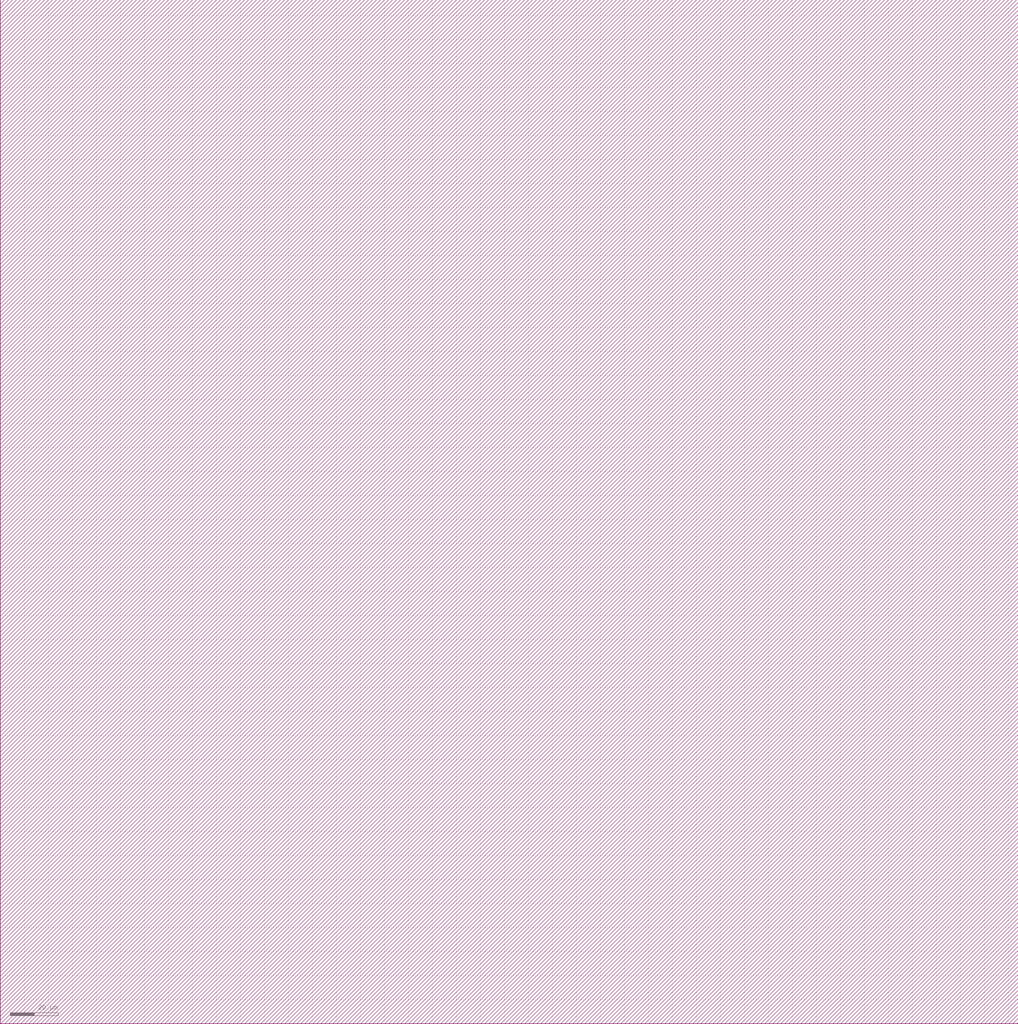
<source format=lef>
VERSION 5.6 ;

BUSBITCHARS "[]" ;

DIVIDERCHAR "/" ;

UNITS
    DATABASE MICRONS 1000 ;
END UNITS

MANUFACTURINGGRID 0.005000 ; 

CLEARANCEMEASURE EUCLIDEAN ; 

USEMINSPACING OBS ON ; 

SITE CoreSite
    CLASS CORE ;
    SIZE 0.600000 BY 0.300000 ;
END CoreSite

LAYER li
   TYPE ROUTING ;
   DIRECTION VERTICAL ;
   MINWIDTH 0.300000 ;
   AREA 0.056250 ;
   WIDTH 0.300000 ;
   SPACINGTABLE
      PARALLELRUNLENGTH 0.0
      WIDTH 0.0 0.225000 ;
   PITCH 0.600000 0.600000 ;
END li

LAYER mcon
    TYPE CUT ;
    SPACING 0.225000 ;
    WIDTH 0.300000 ;
    ENCLOSURE ABOVE 0.075000 0.075000 ;
    ENCLOSURE BELOW 0.000000 0.000000 ;
END mcon

LAYER met1
   TYPE ROUTING ;
   DIRECTION HORIZONTAL ;
   MINWIDTH 0.150000 ;
   AREA 0.084375 ;
   WIDTH 0.150000 ;
   SPACINGTABLE
      PARALLELRUNLENGTH 0.0
      WIDTH 0.0 0.150000 ;
   PITCH 0.300000 0.300000 ;
END met1

LAYER v1
    TYPE CUT ;
    SPACING 0.075000 ;
    WIDTH 0.300000 ;
    ENCLOSURE ABOVE 0.075000 0.075000 ;
    ENCLOSURE BELOW 0.075000 0.075000 ;
END v1

LAYER met2
   TYPE ROUTING ;
   DIRECTION VERTICAL ;
   MINWIDTH 0.150000 ;
   AREA 0.073125 ;
   WIDTH 0.150000 ;
   SPACINGTABLE
      PARALLELRUNLENGTH 0.0
      WIDTH 0.0 0.150000 ;
   PITCH 0.300000 0.300000 ;
END met2

LAYER v2
    TYPE CUT ;
    SPACING 0.150000 ;
    WIDTH 0.300000 ;
    ENCLOSURE ABOVE 0.075000 0.075000 ;
    ENCLOSURE BELOW 0.075000 0.000000 ;
END v2

LAYER met3
   TYPE ROUTING ;
   DIRECTION HORIZONTAL ;
   MINWIDTH 0.300000 ;
   AREA 0.241875 ;
   WIDTH 0.300000 ;
   SPACINGTABLE
      PARALLELRUNLENGTH 0.0
      WIDTH 0.0 0.300000 ;
   PITCH 0.600000 0.600000 ;
END met3

LAYER v3
    TYPE CUT ;
    SPACING 0.150000 ;
    WIDTH 0.450000 ;
    ENCLOSURE ABOVE 0.075000 0.075000 ;
    ENCLOSURE BELOW 0.075000 0.000000 ;
END v3

LAYER met4
   TYPE ROUTING ;
   DIRECTION VERTICAL ;
   MINWIDTH 0.300000 ;
   AREA 0.241875 ;
   WIDTH 0.300000 ;
   SPACINGTABLE
      PARALLELRUNLENGTH 0.0
      WIDTH 0.0 0.300000 ;
   PITCH 0.600000 0.600000 ;
END met4

LAYER v4
    TYPE CUT ;
    SPACING 0.450000 ;
    WIDTH 1.200000 ;
    ENCLOSURE ABOVE 0.150000 0.150000 ;
    ENCLOSURE BELOW 0.000000 0.000000 ;
END v4

LAYER met5
   TYPE ROUTING ;
   DIRECTION HORIZONTAL ;
   MINWIDTH 1.650000 ;
   AREA 4.005000 ;
   WIDTH 1.650000 ;
   SPACINGTABLE
      PARALLELRUNLENGTH 0.0
      WIDTH 0.0 1.650000 ;
   PITCH 3.300000 3.300000 ;
END met5

LAYER OVERLAP
   TYPE OVERLAP ;
END OVERLAP

VIA mcon_C DEFAULT
   LAYER li ;
     RECT -0.150000 -0.150000 0.150000 0.150000 ;
   LAYER mcon ;
     RECT -0.150000 -0.150000 0.150000 0.150000 ;
   LAYER met1 ;
     RECT -0.225000 -0.225000 0.225000 0.225000 ;
END mcon_C

VIA v1_C DEFAULT
   LAYER met1 ;
     RECT -0.225000 -0.225000 0.225000 0.225000 ;
   LAYER v1 ;
     RECT -0.150000 -0.150000 0.150000 0.150000 ;
   LAYER met2 ;
     RECT -0.225000 -0.225000 0.225000 0.225000 ;
END v1_C

VIA v2_C DEFAULT
   LAYER met2 ;
     RECT -0.150000 -0.225000 0.150000 0.225000 ;
   LAYER v2 ;
     RECT -0.150000 -0.150000 0.150000 0.150000 ;
   LAYER met3 ;
     RECT -0.225000 -0.225000 0.225000 0.225000 ;
END v2_C

VIA v2_Ch
   LAYER met2 ;
     RECT -0.225000 -0.150000 0.225000 0.150000 ;
   LAYER v2 ;
     RECT -0.150000 -0.150000 0.150000 0.150000 ;
   LAYER met3 ;
     RECT -0.225000 -0.225000 0.225000 0.225000 ;
END v2_Ch

VIA v2_Cv
   LAYER met2 ;
     RECT -0.150000 -0.225000 0.150000 0.225000 ;
   LAYER v2 ;
     RECT -0.150000 -0.150000 0.150000 0.150000 ;
   LAYER met3 ;
     RECT -0.225000 -0.225000 0.225000 0.225000 ;
END v2_Cv

VIA v3_C DEFAULT
   LAYER met3 ;
     RECT -0.300000 -0.225000 0.300000 0.225000 ;
   LAYER v3 ;
     RECT -0.225000 -0.225000 0.225000 0.225000 ;
   LAYER met4 ;
     RECT -0.300000 -0.300000 0.300000 0.300000 ;
END v3_C

VIA v3_Ch
   LAYER met3 ;
     RECT -0.300000 -0.225000 0.300000 0.225000 ;
   LAYER v3 ;
     RECT -0.225000 -0.225000 0.225000 0.225000 ;
   LAYER met4 ;
     RECT -0.300000 -0.300000 0.300000 0.300000 ;
END v3_Ch

VIA v3_Cv
   LAYER met3 ;
     RECT -0.300000 -0.225000 0.300000 0.225000 ;
   LAYER v3 ;
     RECT -0.225000 -0.225000 0.225000 0.225000 ;
   LAYER met4 ;
     RECT -0.300000 -0.300000 0.300000 0.300000 ;
END v3_Cv

VIA v4_C DEFAULT
   LAYER met4 ;
     RECT -0.600000 -0.600000 0.600000 0.600000 ;
   LAYER v4 ;
     RECT -0.600000 -0.600000 0.600000 0.600000 ;
   LAYER met5 ;
     RECT -0.750000 -0.750000 0.750000 0.750000 ;
END v4_C

MACRO _0_0std_0_0cells_0_0FAX1
    CLASS CORE ;
    FOREIGN _0_0std_0_0cells_0_0FAX1 0.000000 0.000000 ;
    ORIGIN 0.000000 0.000000 ;
    SIZE 10.200000 BY 8.400000 ;
    SYMMETRY X Y ;
    SITE CoreSite ;
    PIN A
        DIRECTION INPUT ;
        USE SIGNAL ;
        PORT
        LAYER li ;
        RECT 0.600000 7.800000 0.900000 8.100000 ;
        RECT 0.675000 7.275000 0.900000 7.800000 ;
        RECT 0.675000 7.050000 0.900000 7.275000 ;
        RECT 0.675000 6.975000 0.900000 7.050000 ;
        RECT 2.250000 7.275000 2.475000 7.350000 ;
        RECT 2.250000 7.050000 2.475000 7.275000 ;
        RECT 2.250000 6.975000 2.475000 7.050000 ;
        RECT 3.300000 7.275000 3.525000 7.350000 ;
        RECT 3.300000 7.050000 3.525000 7.275000 ;
        RECT 3.300000 6.975000 3.525000 7.050000 ;
        RECT 5.175000 7.275000 5.400000 7.350000 ;
        RECT 5.175000 7.050000 5.400000 7.275000 ;
        RECT 5.175000 6.975000 5.400000 7.050000 ;
        RECT 7.275000 6.975000 7.500000 7.050000 ;
        RECT 7.275000 7.275000 7.500000 7.350000 ;
        RECT 7.275000 7.050000 7.500000 7.275000 ;
        LAYER mcon ;
        RECT 0.675000 7.050000 0.900000 7.275000 ;
        RECT 2.250000 7.050000 2.475000 7.275000 ;
        RECT 3.300000 7.050000 3.525000 7.275000 ;
        RECT 5.175000 7.050000 5.400000 7.275000 ;
        RECT 7.275000 7.050000 7.500000 7.275000 ;
        LAYER met1 ;
        RECT 0.600000 7.275000 7.575000 7.350000 ;
        RECT 0.600000 7.050000 0.675000 7.275000 ;
        RECT 0.600000 6.975000 7.575000 7.050000 ;
        RECT 0.675000 7.050000 0.900000 7.275000 ;
        RECT 0.900000 7.050000 2.250000 7.275000 ;
        RECT 2.250000 7.050000 2.475000 7.275000 ;
        RECT 2.475000 7.050000 3.300000 7.275000 ;
        RECT 3.300000 7.050000 3.525000 7.275000 ;
        RECT 3.525000 7.050000 5.175000 7.275000 ;
        RECT 5.175000 7.050000 5.400000 7.275000 ;
        RECT 5.400000 7.050000 7.275000 7.275000 ;
        RECT 7.275000 7.050000 7.500000 7.275000 ;
        RECT 7.500000 7.050000 7.575000 7.275000 ;
        END
        ANTENNAGATEAREA 2.182500 ;
    END A
    PIN B
        DIRECTION INPUT ;
        USE SIGNAL ;
        PORT
        LAYER li ;
        RECT 1.650000 6.675000 1.875000 6.750000 ;
        RECT 1.650000 6.450000 1.875000 6.675000 ;
        RECT 1.650000 6.375000 1.875000 6.450000 ;
        RECT 3.750000 6.675000 3.975000 6.750000 ;
        RECT 3.750000 6.450000 3.975000 6.675000 ;
        RECT 3.750000 6.375000 3.975000 6.450000 ;
        RECT 2.700000 6.675000 2.925000 6.750000 ;
        RECT 2.700000 6.450000 2.925000 6.675000 ;
        RECT 2.700000 6.375000 2.925000 6.450000 ;
        RECT 5.625000 7.800000 6.000000 8.025000 ;
        RECT 5.625000 6.675000 5.850000 7.800000 ;
        RECT 5.625000 6.450000 5.850000 6.675000 ;
        RECT 5.625000 6.375000 5.850000 6.450000 ;
        RECT 5.700000 8.025000 6.000000 8.100000 ;
        RECT 6.675000 6.675000 6.900000 7.050000 ;
        RECT 6.675000 6.450000 6.900000 6.675000 ;
        RECT 6.675000 7.275000 6.900000 7.350000 ;
        RECT 6.675000 7.050000 6.900000 7.275000 ;
        LAYER mcon ;
        RECT 1.650000 6.450000 1.875000 6.675000 ;
        RECT 2.700000 6.450000 2.925000 6.675000 ;
        RECT 3.750000 6.450000 3.975000 6.675000 ;
        RECT 5.625000 6.450000 5.850000 6.675000 ;
        RECT 6.675000 6.450000 6.900000 6.675000 ;
        LAYER met1 ;
        RECT 1.575000 6.675000 6.975000 6.750000 ;
        RECT 1.575000 6.450000 1.650000 6.675000 ;
        RECT 1.575000 6.375000 6.975000 6.450000 ;
        RECT 1.650000 6.450000 1.875000 6.675000 ;
        RECT 1.875000 6.450000 2.700000 6.675000 ;
        RECT 2.700000 6.450000 2.925000 6.675000 ;
        RECT 2.925000 6.450000 3.750000 6.675000 ;
        RECT 3.750000 6.450000 3.975000 6.675000 ;
        RECT 3.975000 6.450000 5.625000 6.675000 ;
        RECT 5.625000 6.450000 5.850000 6.675000 ;
        RECT 5.850000 6.450000 6.675000 6.675000 ;
        RECT 6.675000 6.450000 6.900000 6.675000 ;
        RECT 6.900000 6.450000 6.975000 6.675000 ;
        END
        ANTENNAGATEAREA 2.137500 ;
    END B
    PIN C
        DIRECTION INPUT ;
        USE SIGNAL ;
        PORT
        LAYER li ;
        RECT 1.125000 6.075000 1.350000 6.150000 ;
        RECT 1.125000 5.850000 1.350000 6.075000 ;
        RECT 1.125000 5.775000 1.350000 5.850000 ;
        RECT 4.350000 7.800000 4.725000 8.025000 ;
        RECT 4.350000 6.450000 4.575000 7.800000 ;
        RECT 4.350000 6.225000 4.575000 6.450000 ;
        RECT 4.350000 6.075000 4.575000 6.225000 ;
        RECT 4.350000 5.850000 4.575000 6.075000 ;
        RECT 4.350000 5.775000 4.575000 5.850000 ;
        RECT 4.425000 8.025000 4.725000 8.100000 ;
        RECT 6.075000 6.075000 6.300000 7.050000 ;
        RECT 6.075000 5.850000 6.300000 6.075000 ;
        RECT 6.075000 5.775000 6.300000 5.850000 ;
        RECT 6.075000 7.275000 6.300000 7.350000 ;
        RECT 6.075000 7.050000 6.300000 7.275000 ;
        LAYER mcon ;
        RECT 1.125000 5.850000 1.350000 6.075000 ;
        RECT 4.350000 5.850000 4.575000 6.075000 ;
        RECT 6.075000 5.850000 6.300000 6.075000 ;
        LAYER met1 ;
        RECT 1.050000 6.075000 6.375000 6.150000 ;
        RECT 1.050000 5.850000 1.125000 6.075000 ;
        RECT 1.050000 5.775000 6.375000 5.850000 ;
        RECT 1.125000 5.850000 1.350000 6.075000 ;
        RECT 1.350000 5.850000 4.350000 6.075000 ;
        RECT 4.350000 5.850000 4.575000 6.075000 ;
        RECT 4.575000 5.850000 6.075000 6.075000 ;
        RECT 6.075000 5.850000 6.300000 6.075000 ;
        RECT 6.300000 5.850000 6.375000 6.075000 ;
        END
        ANTENNAGATEAREA 1.631250 ;
    END C
    PIN YC
        DIRECTION OUTPUT ;
        USE SIGNAL ;
        PORT
        LAYER li ;
        RECT 7.800000 3.900000 9.900000 4.125000 ;
        RECT 7.800000 3.450000 8.025000 3.900000 ;
        RECT 7.800000 3.225000 8.025000 3.450000 ;
        RECT 7.800000 2.325000 8.025000 3.225000 ;
        RECT 7.800000 2.100000 8.025000 2.325000 ;
        RECT 7.800000 2.025000 8.025000 2.100000 ;
        RECT 9.600000 4.125000 9.900000 4.200000 ;
        END
        ANTENNADIFFAREA 0.393750 ;
    END YC
    PIN YS
        DIRECTION OUTPUT ;
        USE SIGNAL ;
        PORT
        LAYER li ;
        RECT 8.625000 3.450000 8.850000 3.525000 ;
        RECT 8.625000 3.225000 8.850000 3.450000 ;
        RECT 8.625000 2.775000 8.850000 3.225000 ;
        RECT 8.625000 2.550000 9.375000 2.775000 ;
        RECT 9.075000 2.100000 9.150000 2.325000 ;
        RECT 9.150000 2.325000 9.375000 2.550000 ;
        RECT 9.150000 2.100000 9.375000 2.325000 ;
        RECT 9.375000 2.100000 9.900000 2.325000 ;
        RECT 9.600000 2.325000 9.900000 2.400000 ;
        END
        ANTENNADIFFAREA 0.393750 ;
    END YS
    PIN Vdd
        DIRECTION INPUT ;
        USE POWER ;
        PORT
        LAYER li ;
        RECT 0.600000 3.300000 0.900000 3.900000 ;
        RECT 0.600000 3.075000 0.675000 3.300000 ;
        RECT 0.600000 3.000000 0.900000 3.075000 ;
        RECT 0.675000 3.075000 0.900000 3.300000 ;
        RECT 3.525000 3.300000 3.750000 3.375000 ;
        RECT 3.525000 3.075000 3.750000 3.300000 ;
        RECT 3.525000 3.000000 3.750000 3.075000 ;
        RECT 4.650000 3.075000 4.725000 3.300000 ;
        RECT 4.725000 3.075000 4.950000 3.300000 ;
        RECT 4.950000 3.075000 5.025000 3.300000 ;
        RECT 7.275000 3.300000 7.500000 3.375000 ;
        RECT 7.275000 3.075000 7.500000 3.300000 ;
        RECT 7.275000 3.000000 7.500000 3.075000 ;
        RECT 9.150000 3.300000 9.375000 3.375000 ;
        RECT 9.150000 3.075000 9.375000 3.300000 ;
        RECT 9.150000 3.000000 9.375000 3.075000 ;
        LAYER mcon ;
        RECT 0.675000 3.075000 0.900000 3.300000 ;
        RECT 3.525000 3.075000 3.750000 3.300000 ;
        RECT 4.725000 3.075000 4.950000 3.300000 ;
        RECT 7.275000 3.075000 7.500000 3.300000 ;
        RECT 9.150000 3.075000 9.375000 3.300000 ;
        LAYER met1 ;
        RECT 0.225000 3.300000 9.450000 3.375000 ;
        RECT 0.225000 3.075000 0.675000 3.300000 ;
        RECT 0.225000 3.000000 9.450000 3.075000 ;
        RECT 0.675000 3.075000 0.900000 3.300000 ;
        RECT 0.900000 3.075000 3.525000 3.300000 ;
        RECT 3.525000 3.075000 3.750000 3.300000 ;
        RECT 3.750000 3.075000 4.725000 3.300000 ;
        RECT 4.725000 3.075000 4.950000 3.300000 ;
        RECT 4.950000 3.075000 7.275000 3.300000 ;
        RECT 7.275000 3.075000 7.500000 3.300000 ;
        RECT 7.500000 3.075000 9.150000 3.300000 ;
        RECT 9.150000 3.075000 9.375000 3.300000 ;
        RECT 9.375000 3.075000 9.450000 3.300000 ;
        END
        ANTENNADIFFAREA 4.365000 ;
    END Vdd
    PIN GND
        DIRECTION INPUT ;
        USE GROUND ;
        PORT
        LAYER li ;
        RECT 2.400000 2.250000 2.625000 2.325000 ;
        RECT 2.400000 2.025000 2.625000 2.250000 ;
        RECT 2.400000 1.200000 2.625000 2.025000 ;
        RECT 2.400000 0.900000 2.700000 1.200000 ;
        RECT 3.525000 1.950000 3.750000 2.025000 ;
        RECT 3.525000 2.250000 3.750000 2.325000 ;
        RECT 3.525000 2.025000 3.750000 2.250000 ;
        RECT 4.650000 2.025000 4.725000 2.250000 ;
        RECT 4.725000 2.025000 4.950000 2.250000 ;
        RECT 4.950000 2.025000 5.025000 2.250000 ;
        RECT 7.275000 2.250000 7.500000 2.325000 ;
        RECT 7.275000 2.025000 7.500000 2.250000 ;
        RECT 7.275000 1.950000 7.500000 2.025000 ;
        RECT 8.625000 1.950000 8.850000 2.025000 ;
        RECT 8.625000 2.250000 8.850000 2.325000 ;
        RECT 8.625000 2.025000 8.850000 2.250000 ;
        LAYER mcon ;
        RECT 2.400000 2.025000 2.625000 2.250000 ;
        RECT 3.525000 2.025000 3.750000 2.250000 ;
        RECT 4.725000 2.025000 4.950000 2.250000 ;
        RECT 7.275000 2.025000 7.500000 2.250000 ;
        RECT 8.625000 2.025000 8.850000 2.250000 ;
        LAYER met1 ;
        RECT 2.325000 2.250000 8.925000 2.325000 ;
        RECT 2.325000 2.025000 2.400000 2.250000 ;
        RECT 2.325000 1.950000 8.925000 2.025000 ;
        RECT 2.400000 2.025000 2.625000 2.250000 ;
        RECT 2.625000 2.025000 3.525000 2.250000 ;
        RECT 3.525000 2.025000 3.750000 2.250000 ;
        RECT 3.750000 2.025000 4.725000 2.250000 ;
        RECT 4.725000 2.025000 4.950000 2.250000 ;
        RECT 4.950000 2.025000 7.275000 2.250000 ;
        RECT 7.275000 2.025000 7.500000 2.250000 ;
        RECT 7.500000 2.025000 8.625000 2.250000 ;
        RECT 8.625000 2.025000 8.850000 2.250000 ;
        RECT 8.850000 2.025000 8.925000 2.250000 ;
        END
        ANTENNADIFFAREA 2.340000 ;
    END GND
    OBS
        LAYER li ;
        RECT 0.675000 2.025000 0.900000 2.100000 ;
        RECT 0.675000 1.800000 0.900000 2.025000 ;
        RECT 0.675000 1.725000 0.900000 1.800000 ;
        RECT 0.675000 1.500000 0.900000 1.725000 ;
        RECT 0.675000 1.425000 0.900000 1.500000 ;
        RECT 1.275000 0.675000 1.500000 1.725000 ;
        RECT 1.275000 0.450000 1.500000 0.675000 ;
        RECT 1.275000 0.375000 1.500000 0.450000 ;
        RECT 1.125000 3.450000 1.200000 3.675000 ;
        RECT 1.275000 1.725000 1.500000 1.950000 ;
        RECT 1.200000 3.450000 1.425000 3.675000 ;
        RECT 1.800000 0.675000 2.175000 3.000000 ;
        RECT 1.800000 0.450000 1.875000 0.675000 ;
        RECT 1.800000 0.375000 2.175000 0.450000 ;
        RECT 5.625000 0.450000 5.700000 0.675000 ;
        RECT 1.425000 3.450000 2.400000 3.675000 ;
        RECT 1.275000 1.950000 1.500000 2.025000 ;
        RECT 1.875000 0.450000 2.100000 0.675000 ;
        RECT 5.700000 0.450000 5.925000 0.675000 ;
        RECT 2.400000 3.450000 2.625000 3.675000 ;
        RECT 1.800000 3.000000 1.875000 3.225000 ;
        RECT 2.100000 0.450000 2.175000 0.675000 ;
        RECT 5.925000 0.450000 6.000000 0.675000 ;
        RECT 2.625000 3.450000 2.700000 3.675000 ;
        RECT 1.875000 3.000000 2.100000 3.225000 ;
        RECT 6.000000 1.500000 6.225000 1.725000 ;
        RECT 6.000000 1.425000 6.225000 1.500000 ;
        RECT 7.575000 0.450000 7.650000 0.675000 ;
        RECT 2.100000 3.000000 2.175000 3.225000 ;
        RECT 2.925000 1.800000 3.150000 2.025000 ;
        RECT 2.925000 1.725000 3.150000 1.800000 ;
        RECT 2.925000 1.500000 3.150000 1.725000 ;
        RECT 2.925000 1.425000 3.150000 1.500000 ;
        RECT 7.650000 0.450000 7.875000 0.675000 ;
        RECT 2.925000 2.025000 3.150000 2.100000 ;
        RECT 8.700000 1.500000 8.775000 1.725000 ;
        RECT 7.875000 0.450000 7.950000 0.675000 ;
        RECT 4.050000 1.575000 4.125000 1.800000 ;
        RECT 8.775000 1.500000 9.000000 1.725000 ;
        RECT 4.125000 1.575000 4.350000 1.800000 ;
        RECT 9.000000 1.500000 9.075000 1.725000 ;
        RECT 4.350000 1.575000 5.325000 1.800000 ;
        RECT 5.325000 1.575000 5.550000 1.800000 ;
        RECT 4.050000 3.525000 4.125000 3.750000 ;
        RECT 5.550000 1.575000 5.625000 1.800000 ;
        RECT 4.125000 3.525000 4.350000 3.750000 ;
        RECT 4.350000 3.525000 5.325000 3.750000 ;
        RECT 6.000000 1.725000 6.225000 3.000000 ;
        RECT 5.325000 3.525000 5.550000 3.750000 ;
        RECT 5.550000 3.525000 5.625000 3.750000 ;
        RECT 6.000000 3.225000 6.225000 3.300000 ;
        RECT 6.000000 3.000000 6.225000 3.225000 ;
        LAYER met1 ;
        RECT 0.600000 1.725000 3.225000 1.800000 ;
        RECT 0.600000 1.500000 0.675000 1.725000 ;
        RECT 0.600000 1.425000 3.225000 1.500000 ;
        RECT 0.675000 1.500000 0.900000 1.725000 ;
        RECT 0.900000 1.500000 2.925000 1.725000 ;
        RECT 2.925000 1.500000 3.150000 1.725000 ;
        RECT 1.200000 0.675000 7.950000 0.750000 ;
        RECT 1.200000 0.450000 1.275000 0.675000 ;
        RECT 1.200000 0.375000 7.950000 0.450000 ;
        RECT 3.150000 1.500000 3.225000 1.725000 ;
        RECT 1.275000 0.450000 1.500000 0.675000 ;
        RECT 1.500000 0.450000 1.875000 0.675000 ;
        RECT 1.875000 0.450000 2.100000 0.675000 ;
        RECT 2.100000 0.450000 5.700000 0.675000 ;
        RECT 5.700000 0.450000 5.925000 0.675000 ;
        RECT 5.925000 0.450000 7.650000 0.675000 ;
        RECT 7.650000 0.450000 7.875000 0.675000 ;
        RECT 7.875000 0.450000 7.950000 0.675000 ;
        RECT 5.925000 1.725000 9.075000 1.800000 ;
        RECT 5.925000 1.500000 6.000000 1.725000 ;
        RECT 5.925000 1.425000 9.075000 1.500000 ;
        RECT 6.000000 1.500000 6.225000 1.725000 ;
        RECT 6.225000 1.500000 8.775000 1.725000 ;
        RECT 8.775000 1.500000 9.000000 1.725000 ;
        RECT 9.000000 1.500000 9.075000 1.725000 ;
    END
END _0_0std_0_0cells_0_0FAX1

MACRO welltap_svt
    CLASS CORE WELLTAP ;
    FOREIGN welltap_svt 0.000000 0.000000 ;
    ORIGIN 0.000000 0.000000 ;
    SIZE 1.200000 BY 2.100000 ;
    SYMMETRY X Y ;
    SITE CoreSite ;
    PIN Vdd
        DIRECTION INPUT ;
        USE POWER ;
        PORT
        LAYER li ;
        RECT 0.525000 1.725000 0.900000 1.800000 ;
        RECT 0.525000 1.500000 0.600000 1.725000 ;
        RECT 0.525000 1.425000 0.900000 1.500000 ;
        RECT 0.600000 1.500000 0.825000 1.725000 ;
        RECT 0.825000 1.500000 0.900000 1.725000 ;
        LAYER mcon ;
        RECT 0.600000 1.500000 0.825000 1.725000 ;
        LAYER met1 ;
        RECT 0.525000 1.725000 0.900000 1.800000 ;
        RECT 0.525000 1.500000 0.600000 1.725000 ;
        RECT 0.525000 1.425000 0.900000 1.500000 ;
        RECT 0.600000 1.500000 0.825000 1.725000 ;
        RECT 0.825000 1.500000 0.900000 1.725000 ;
        END
    END Vdd
    PIN GND
        DIRECTION INPUT ;
        USE GROUND ;
        PORT
        LAYER li ;
        RECT 0.525000 0.525000 0.900000 0.600000 ;
        RECT 0.525000 0.300000 0.600000 0.525000 ;
        RECT 0.525000 0.225000 0.900000 0.300000 ;
        RECT 0.600000 0.300000 0.825000 0.525000 ;
        RECT 0.825000 0.300000 0.900000 0.525000 ;
        LAYER mcon ;
        RECT 0.600000 0.300000 0.825000 0.525000 ;
        LAYER met1 ;
        RECT 0.525000 0.525000 0.900000 0.600000 ;
        RECT 0.525000 0.300000 0.600000 0.525000 ;
        RECT 0.525000 0.225000 0.900000 0.300000 ;
        RECT 0.600000 0.300000 0.825000 0.525000 ;
        RECT 0.825000 0.300000 0.900000 0.525000 ;
        END
    END GND
END welltap_svt

MACRO circuitppnp
   CLASS CORE ;
   FOREIGN circuitppnp 0.000000 0.000000 ;
   ORIGIN 0.000000 0.000000 ; 
   SIZE 424.200000 BY 426.600000 ; 
   SYMMETRY X Y ;
   SITE CoreSite ;
END circuitppnp

MACRO circuitwell
   CLASS CORE ;
   FOREIGN circuitwell 0.000000 0.000000 ;
   ORIGIN 0.000000 0.000000 ; 
   SIZE 424.200000 BY 426.600000 ; 
   SYMMETRY X Y ;
   SITE CoreSite ;
END circuitwell


</source>
